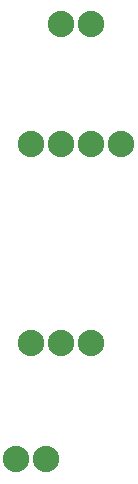
<source format=gts>
G04 MADE WITH FRITZING*
G04 WWW.FRITZING.ORG*
G04 DOUBLE SIDED*
G04 HOLES PLATED*
G04 CONTOUR ON CENTER OF CONTOUR VECTOR*
%ASAXBY*%
%FSLAX23Y23*%
%MOIN*%
%OFA0B0*%
%SFA1.0B1.0*%
%ADD10C,0.088000*%
%LNMASK1*%
G90*
G70*
G54D10*
X478Y1967D03*
X378Y1967D03*
X578Y1567D03*
X478Y1567D03*
X378Y1567D03*
X278Y1567D03*
X328Y517D03*
X228Y517D03*
X278Y906D03*
X378Y906D03*
X478Y906D03*
G04 End of Mask1*
M02*
</source>
